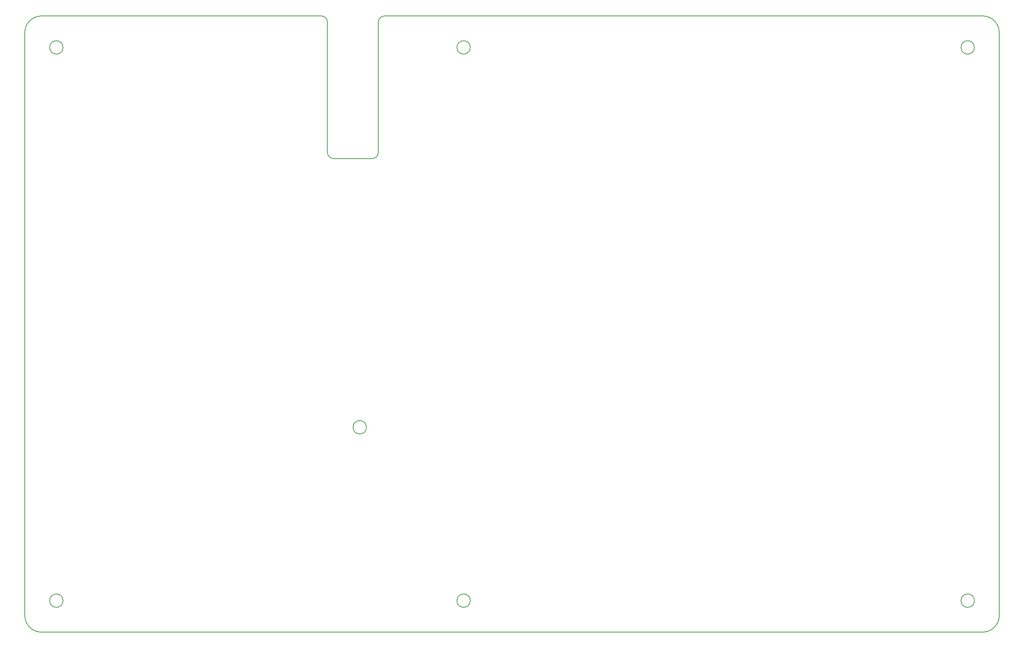
<source format=gm1>
G04 #@! TF.GenerationSoftware,KiCad,Pcbnew,7.0.9*
G04 #@! TF.CreationDate,2023-12-17T00:29:00+09:00*
G04 #@! TF.ProjectId,ergoSHIFT-rev1-kicad,6572676f-5348-4494-9654-2d726576312d,rev.1*
G04 #@! TF.SameCoordinates,Original*
G04 #@! TF.FileFunction,Profile,NP*
%FSLAX46Y46*%
G04 Gerber Fmt 4.6, Leading zero omitted, Abs format (unit mm)*
G04 Created by KiCad (PCBNEW 7.0.9) date 2023-12-17 00:29:00*
%MOMM*%
%LPD*%
G01*
G04 APERTURE LIST*
G04 #@! TA.AperFunction,Profile*
%ADD10C,0.200000*%
G04 #@! TD*
G04 APERTURE END LIST*
D10*
X134600000Y-51500000D02*
X134600000Y-82680000D01*
X136100000Y-50000000D02*
G75*
G03*
X134600000Y-51500000I0J-1500000D01*
G01*
X156600000Y-190120000D02*
G75*
G03*
X156600000Y-190120000I-1600000J0D01*
G01*
X59150000Y-57550000D02*
G75*
G03*
X59150000Y-57550000I-1600000J0D01*
G01*
X279170000Y-197670000D02*
G75*
G03*
X283170000Y-193670000I0J4000000D01*
G01*
X50000000Y-54000000D02*
X50000000Y-193670000D01*
X122400000Y-51500000D02*
X122400000Y-82680000D01*
X123900000Y-84180000D02*
X133100000Y-84180000D01*
X122400000Y-51500000D02*
G75*
G03*
X120900000Y-50000000I-1500000J0D01*
G01*
X54000000Y-50000000D02*
X120900000Y-50000000D01*
X136100000Y-50000000D02*
X279170000Y-50000000D01*
X277220000Y-57550000D02*
G75*
G03*
X277220000Y-57550000I-1600000J0D01*
G01*
X277220000Y-190120000D02*
G75*
G03*
X277220000Y-190120000I-1600000J0D01*
G01*
X54000000Y-50000000D02*
G75*
G03*
X50000000Y-54000000I0J-4000000D01*
G01*
X133100000Y-84180000D02*
G75*
G03*
X134600000Y-82680000I0J1500000D01*
G01*
X59150000Y-190120000D02*
G75*
G03*
X59150000Y-190120000I-1600000J0D01*
G01*
X50000000Y-193670000D02*
G75*
G03*
X54000000Y-197670000I4000000J0D01*
G01*
X122400000Y-82680000D02*
G75*
G03*
X123900000Y-84180000I1500000J0D01*
G01*
X131740000Y-148580000D02*
G75*
G03*
X131740000Y-148580000I-1600000J0D01*
G01*
X54000000Y-197670000D02*
X279170000Y-197670000D01*
X283170000Y-54000000D02*
X283170000Y-193670000D01*
X156600000Y-57550000D02*
G75*
G03*
X156600000Y-57550000I-1600000J0D01*
G01*
X283170000Y-54000000D02*
G75*
G03*
X279170000Y-50000000I-4000000J0D01*
G01*
M02*

</source>
